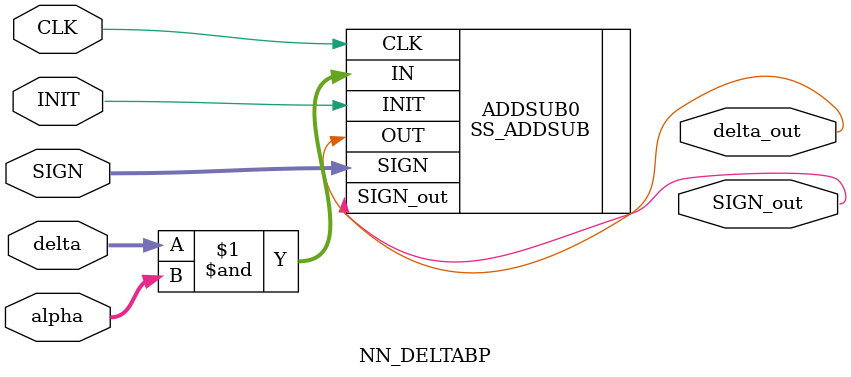
<source format=v>




module NN_DELTABP(CLK,INIT,delta,SIGN,alpha,delta_out,SIGN_out);

parameter N = 3; // Number of Node in next layer

input CLK,INIT;
input [N-1:0] delta, SIGN, alpha;

output delta_out;
output SIGN_out;



SS_ADDSUB ADDSUB0(.CLK(CLK),.INIT(INIT),.IN(delta&alpha),.SIGN(SIGN),.OUT(delta_out),.SIGN_out(SIGN_out));
defparam ADDSUB0.N = N;
//defparam ADDSUB0.POLARITY_COUNT_SIZE = 8;




endmodule
</source>
